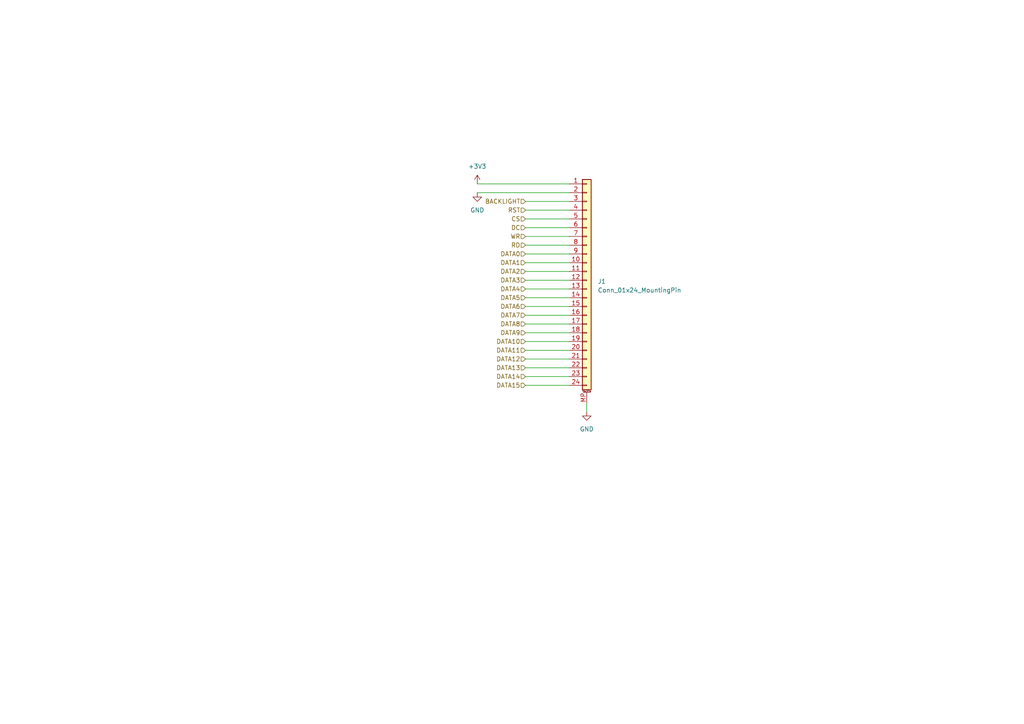
<source format=kicad_sch>
(kicad_sch (version 20250114) (generator "eeschema") (generator_version "9.0")
  (paper "A4")
  (lib_symbols
    (symbol "Connector_Generic_MountingPin:Conn_01x24_MountingPin" (pin_names (offset 1.016) (hide yes))
      (property "Reference" "J" (at 0 30.48 0))
      (property "Value" "Conn_01x24_MountingPin" (at 1.27 -33.02 0))
      (symbol "Conn_01x24_MountingPin_1_1"
        (rectangle (start -1.27 29.21) (end 1.27 -31.75) (stroke (width 0.254)) (fill (type background)))
        (rectangle (start -1.27 28.067) (end 0 27.813) (stroke (width 0.1524)))
        (rectangle (start -1.27 25.527) (end 0 25.273) (stroke (width 0.1524)))
        (rectangle (start -1.27 22.987) (end 0 22.733) (stroke (width 0.1524)))
        (rectangle (start -1.27 20.447) (end 0 20.193) (stroke (width 0.1524)))
        (rectangle (start -1.27 17.907) (end 0 17.653) (stroke (width 0.1524)))
        (rectangle (start -1.27 15.367) (end 0 15.113) (stroke (width 0.1524)))
        (rectangle (start -1.27 12.827) (end 0 12.573) (stroke (width 0.1524)))
        (rectangle (start -1.27 10.287) (end 0 10.033) (stroke (width 0.1524)))
        (rectangle (start -1.27 7.747) (end 0 7.493) (stroke (width 0.1524)))
        (rectangle (start -1.27 5.207) (end 0 4.953) (stroke (width 0.1524)))
        (rectangle (start -1.27 2.667) (end 0 2.413) (stroke (width 0.1524)))
        (rectangle (start -1.27 0.127) (end 0 -0.127) (stroke (width 0.1524)))
        (rectangle (start -1.27 -2.413) (end 0 -2.667) (stroke (width 0.1524)))
        (rectangle (start -1.27 -4.953) (end 0 -5.207) (stroke (width 0.1524)))
        (rectangle (start -1.27 -7.493) (end 0 -7.747) (stroke (width 0.1524)))
        (rectangle (start -1.27 -10.033) (end 0 -10.287) (stroke (width 0.1524)))
        (rectangle (start -1.27 -12.573) (end 0 -12.827) (stroke (width 0.1524)))
        (rectangle (start -1.27 -15.113) (end 0 -15.367) (stroke (width 0.1524)))
        (rectangle (start -1.27 -17.653) (end 0 -17.907) (stroke (width 0.1524)))
        (rectangle (start -1.27 -20.193) (end 0 -20.447) (stroke (width 0.1524)))
        (rectangle (start -1.27 -22.733) (end 0 -22.987) (stroke (width 0.1524)))
        (rectangle (start -1.27 -25.273) (end 0 -25.527) (stroke (width 0.1524)))
        (rectangle (start -1.27 -27.813) (end 0 -28.067) (stroke (width 0.1524)))
        (rectangle (start -1.27 -30.353) (end 0 -30.607) (stroke (width 0.1524)))
        (polyline (pts (xy -1.016 -32.512) (xy 1.016 -32.512)) (stroke (width 0.1524)))
        (text "Mounting" (at 0 -32.131 0) (effects (font (size 0.381 0.381))))
        (pin passive line (at -5.08 27.94 0) (length 3.81) (name "Pin_1") (number "1"))
        (pin passive line (at -5.08 25.4 0) (length 3.81) (name "Pin_2") (number "2"))
        (pin passive line (at -5.08 22.86 0) (length 3.81) (name "Pin_3") (number "3"))
        (pin passive line (at -5.08 20.32 0) (length 3.81) (name "Pin_4") (number "4"))
        (pin passive line (at -5.08 17.78 0) (length 3.81) (name "Pin_5") (number "5"))
        (pin passive line (at -5.08 15.24 0) (length 3.81) (name "Pin_6") (number "6"))
        (pin passive line (at -5.08 12.7 0) (length 3.81) (name "Pin_7") (number "7"))
        (pin passive line (at -5.08 10.16 0) (length 3.81) (name "Pin_8") (number "8"))
        (pin passive line (at -5.08 7.62 0) (length 3.81) (name "Pin_9") (number "9"))
        (pin passive line (at -5.08 5.08 0) (length 3.81) (name "Pin_10") (number "10"))
        (pin passive line (at -5.08 2.54 0) (length 3.81) (name "Pin_11") (number "11"))
        (pin passive line (at -5.08 0 0) (length 3.81) (name "Pin_12") (number "12"))
        (pin passive line (at -5.08 -2.54 0) (length 3.81) (name "Pin_13") (number "13"))
        (pin passive line (at -5.08 -5.08 0) (length 3.81) (name "Pin_14") (number "14"))
        (pin passive line (at -5.08 -7.62 0) (length 3.81) (name "Pin_15") (number "15"))
        (pin passive line (at -5.08 -10.16 0) (length 3.81) (name "Pin_16") (number "16"))
        (pin passive line (at -5.08 -12.7 0) (length 3.81) (name "Pin_17") (number "17"))
        (pin passive line (at -5.08 -15.24 0) (length 3.81) (name "Pin_18") (number "18"))
        (pin passive line (at -5.08 -17.78 0) (length 3.81) (name "Pin_19") (number "19"))
        (pin passive line (at -5.08 -20.32 0) (length 3.81) (name "Pin_20") (number "20"))
        (pin passive line (at -5.08 -22.86 0) (length 3.81) (name "Pin_21") (number "21"))
        (pin passive line (at -5.08 -25.4 0) (length 3.81) (name "Pin_22") (number "22"))
        (pin passive line (at -5.08 -27.94 0) (length 3.81) (name "Pin_23") (number "23"))
        (pin passive line (at -5.08 -30.48 0) (length 3.81) (name "Pin_24") (number "24"))
        (pin passive line (at 0 -35.56 90) (length 3.048) (name "MountPin") (number "MP"))
      )
    )
    (symbol "power:+3V3" (power) (pin_names (offset 0))
      (property "Value" "+3V3" (at 0 3.556 0))
      (symbol "+3V3_0_1"
        (polyline (pts (xy -0.762 1.27) (xy 0 2.54)))
        (polyline (pts (xy 0 2.54) (xy 0.762 1.27)))
        (polyline (pts (xy 0 0) (xy 0 2.54)))
      )
      (symbol "+3V3_1_1"
        (pin power_in line (at 0 0 90) (length 0) (hide yes) (name "+3V3") (number "1"))
      )
    )
    (symbol "power:GND" (power) (pin_names (offset 0))
      (property "Value" "GND" (at 0 -3.81 0))
      (symbol "GND_0_1"
        (polyline (pts (xy 0 0) (xy 0 -1.27) (xy 1.27 -1.27) (xy 0 -2.54) (xy -1.27 -1.27) (xy 0 -1.27)))
      )
      (symbol "GND_1_1"
        (pin power_in line (at 0 0 270) (length 0) (hide yes) (name "GND") (number "1"))
      )
    )
  )
  (wire (pts (xy 152.4 73.66) (xy 165.1 73.66)))
  (wire (pts (xy 152.4 60.96) (xy 165.1 60.96)))
  (wire (pts (xy 152.4 96.52) (xy 165.1 96.52)))
  (wire (pts (xy 152.4 93.98) (xy 165.1 93.98)))
  (wire (pts (xy 152.4 68.58) (xy 165.1 68.58)))
  (wire (pts (xy 138.43 53.34) (xy 165.1 53.34)))
  (wire (pts (xy 152.4 104.14) (xy 165.1 104.14)))
  (wire (pts (xy 152.4 81.28) (xy 165.1 81.28)))
  (wire (pts (xy 152.4 63.5) (xy 165.1 63.5)))
  (wire (pts (xy 152.4 91.44) (xy 165.1 91.44)))
  (wire (pts (xy 152.4 99.06) (xy 165.1 99.06)))
  (wire (pts (xy 152.4 76.2) (xy 165.1 76.2)))
  (wire (pts (xy 152.4 101.6) (xy 165.1 101.6)))
  (wire (pts (xy 152.4 83.82) (xy 165.1 83.82)))
  (wire (pts (xy 152.4 88.9) (xy 165.1 88.9)))
  (wire (pts (xy 152.4 109.22) (xy 165.1 109.22)))
  (wire (pts (xy 152.4 66.04) (xy 165.1 66.04)))
  (wire (pts (xy 152.4 86.36) (xy 165.1 86.36)))
  (wire (pts (xy 152.4 78.74) (xy 165.1 78.74)))
  (wire (pts (xy 152.4 106.68) (xy 165.1 106.68)))
  (wire (pts (xy 152.4 111.76) (xy 165.1 111.76)))
  (wire (pts (xy 170.18 116.84) (xy 170.18 119.38)))
  (wire (pts (xy 152.4 58.42) (xy 165.1 58.42)))
  (wire (pts (xy 152.4 71.12) (xy 165.1 71.12)))
  (wire (pts (xy 138.43 55.88) (xy 165.1 55.88)))
  (hierarchical_label "DATA10" (shape input) (at 152.4 99.06 180))
  (hierarchical_label "DATA8" (shape input) (at 152.4 93.98 180))
  (hierarchical_label "DATA3" (shape input) (at 152.4 81.28 180))
  (hierarchical_label "RD" (shape input) (at 152.4 71.12 180))
  (hierarchical_label "RST" (shape input) (at 152.4 60.96 180))
  (hierarchical_label "DATA6" (shape input) (at 152.4 88.9 180))
  (hierarchical_label "DC" (shape input) (at 152.4 66.04 180))
  (hierarchical_label "DATA11" (shape input) (at 152.4 101.6 180))
  (hierarchical_label "DATA2" (shape input) (at 152.4 78.74 180))
  (hierarchical_label "DATA15" (shape input) (at 152.4 111.76 180))
  (hierarchical_label "DATA4" (shape input) (at 152.4 83.82 180))
  (hierarchical_label "DATA13" (shape input) (at 152.4 106.68 180))
  (hierarchical_label "DATA1" (shape input) (at 152.4 76.2 180))
  (hierarchical_label "BACKLIGHT" (shape input) (at 152.4 58.42 180))
  (hierarchical_label "DATA12" (shape input) (at 152.4 104.14 180))
  (hierarchical_label "CS" (shape input) (at 152.4 63.5 180))
  (hierarchical_label "WR" (shape input) (at 152.4 68.58 180))
  (hierarchical_label "DATA0" (shape input) (at 152.4 73.66 180))
  (hierarchical_label "DATA5" (shape input) (at 152.4 86.36 180))
  (hierarchical_label "DATA14" (shape input) (at 152.4 109.22 180))
  (hierarchical_label "DATA7" (shape input) (at 152.4 91.44 180))
  (hierarchical_label "DATA9" (shape input) (at 152.4 96.52 180))
  (symbol (lib_id "power:GND") (at 170.18 119.38 0) (unit 1)
    (property "Reference" "#PWR0102" (effects (hide yes)))
    (property "Value" "GND" (at 170.18 124.46 0))
  )
  (symbol (lib_id "Connector_Generic_MountingPin:Conn_01x24_MountingPin") (at 170.18 81.28 0) (unit 1)
    (property "Reference" "J1" (at 173.355 81.6355 0) (effects (justify left)))
    (property "Value" "Conn_01x24_MountingPin" (at 173.355 84.1755 0) (effects (justify left)))
    (property "Footprint" "Connector_FFC-FPC:Hirose_FH12-24S-0.5SH_1x24-1MP_P0.50mm_Horizontal" (effects (hide yes)))
  )
  (symbol (lib_id "power:+3V3") (at 138.43 53.34 0) (unit 1)
    (property "Reference" "#PWR07" (effects (hide yes)))
    (property "Value" "+3V3" (at 138.43 48.26 0))
  )
  (symbol (lib_id "power:GND") (at 138.43 55.88 0) (unit 1)
    (property "Reference" "#PWR08" (effects (hide yes)))
    (property "Value" "GND" (at 138.43 60.96 0))
  )
)
</source>
